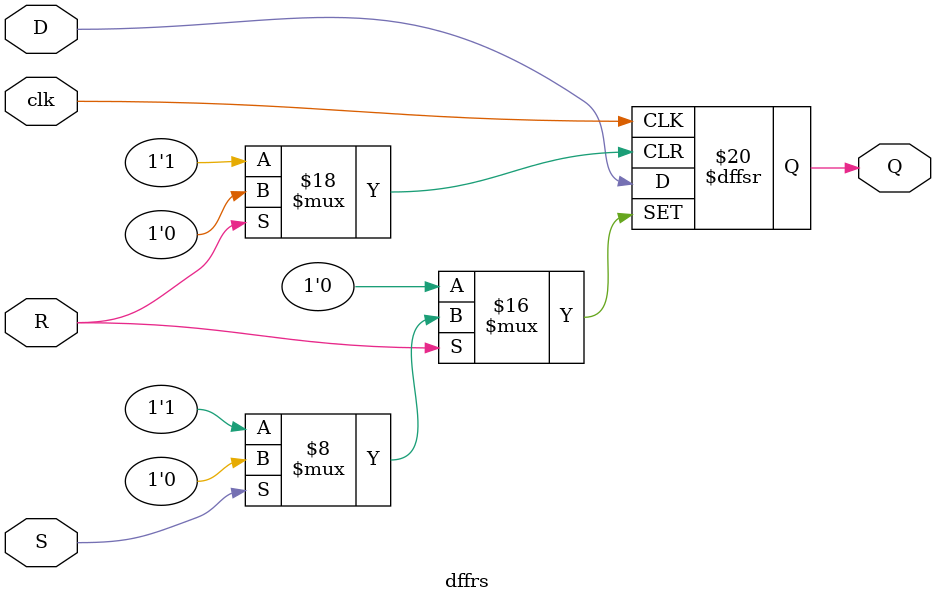
<source format=v>
module dffrs(D,clk,R,S,Q);
input D;      // Data input 
input clk;    // clock input 
input R;      // reset input 
input S;      // set input 
output reg Q;     // output Q 

always @(posedge clk or negedge R or negedge S) 

begin
	if (R == 1'b0) begin // reset active low
            Q <= 1'b0;
        end
	else if (S == 1'b0) begin // set active low
            Q <= 1'b1;
        end
	else begin
            Q <= D; 
        end
end 
endmodule 

</source>
